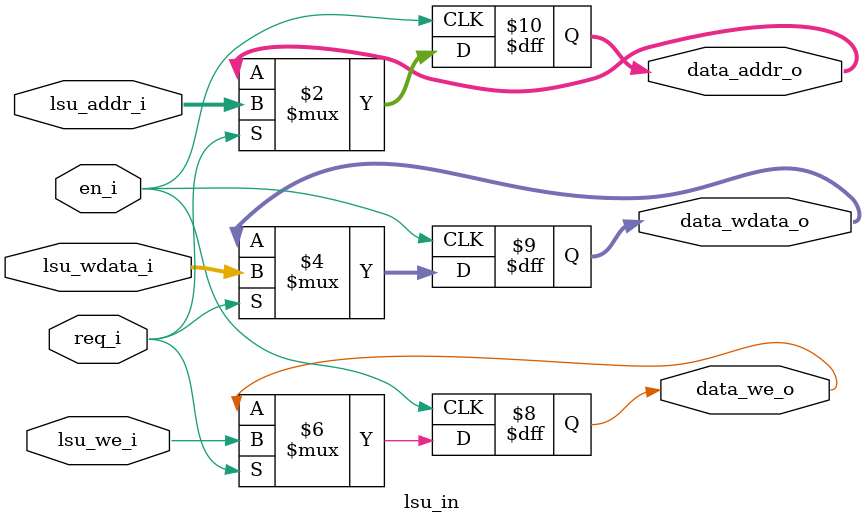
<source format=sv>


module lsu_in(
	//control signal
	input  logic        req_i,
	input  logic 		en_i,

	//interface LSU / Previous
	input  logic		lsu_we_i,
	input  logic [31:0] lsu_wdata_i,
	input  logic [31:0]	lsu_addr_i,

	//interface LSU / MEM
	output logic		data_we_o,
	output logic [31:0]	data_wdata_o,
	output logic [31:0]	data_addr_o
);

always_ff @(posedge(en_i)) begin
	if(req_i) begin
		data_we_o 	 <= lsu_we_i;
		data_wdata_o <= lsu_wdata_i;
		data_addr_o  <= lsu_addr_i;
	end
end

endmodule

</source>
